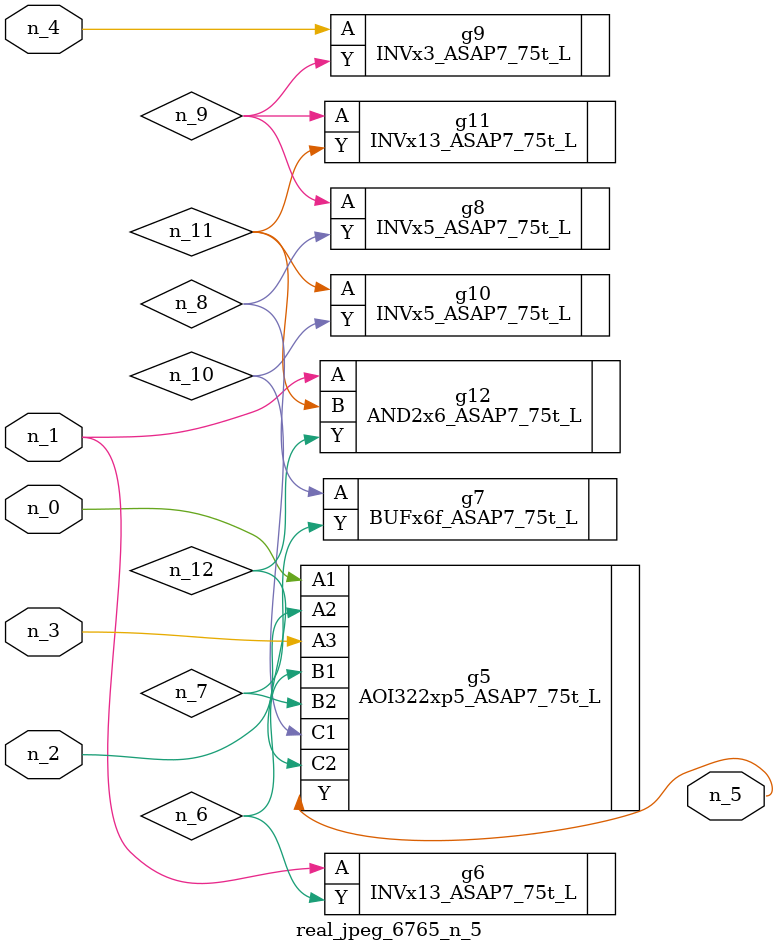
<source format=v>
module real_jpeg_6765_n_5 (n_4, n_0, n_1, n_2, n_3, n_5);

input n_4;
input n_0;
input n_1;
input n_2;
input n_3;

output n_5;

wire n_12;
wire n_8;
wire n_11;
wire n_6;
wire n_7;
wire n_10;
wire n_9;

AOI322xp5_ASAP7_75t_L g5 ( 
.A1(n_0),
.A2(n_2),
.A3(n_3),
.B1(n_6),
.B2(n_7),
.C1(n_10),
.C2(n_12),
.Y(n_5)
);

INVx13_ASAP7_75t_L g6 ( 
.A(n_1),
.Y(n_6)
);

AND2x6_ASAP7_75t_L g12 ( 
.A(n_1),
.B(n_11),
.Y(n_12)
);

INVx3_ASAP7_75t_L g9 ( 
.A(n_4),
.Y(n_9)
);

BUFx6f_ASAP7_75t_L g7 ( 
.A(n_8),
.Y(n_7)
);

INVx5_ASAP7_75t_L g8 ( 
.A(n_9),
.Y(n_8)
);

INVx13_ASAP7_75t_L g11 ( 
.A(n_9),
.Y(n_11)
);

INVx5_ASAP7_75t_L g10 ( 
.A(n_11),
.Y(n_10)
);


endmodule
</source>
